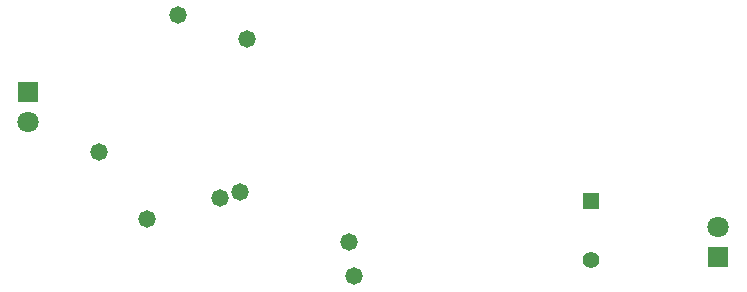
<source format=gbs>
G04*
G04 #@! TF.GenerationSoftware,Altium Limited,Altium Designer,24.0.1 (36)*
G04*
G04 Layer_Color=16711935*
%FSLAX44Y44*%
%MOMM*%
G71*
G04*
G04 #@! TF.SameCoordinates,90447B52-5C6C-4E24-8687-CF59556E230F*
G04*
G04*
G04 #@! TF.FilePolarity,Negative*
G04*
G01*
G75*
%ADD36R,1.8032X1.8032*%
%ADD37C,1.8032*%
%ADD38R,1.4032X1.4032*%
%ADD39C,1.4032*%
%ADD40C,1.4732*%
D36*
X1200150Y483870D02*
D03*
X615950Y623570D02*
D03*
D37*
X1200150Y509270D02*
D03*
X615950Y598170D02*
D03*
D38*
X1092200Y531330D02*
D03*
D39*
Y481330D02*
D03*
D40*
X675640Y572770D02*
D03*
X742950Y688340D02*
D03*
X795020Y538480D02*
D03*
X778510Y533400D02*
D03*
X891540Y467360D02*
D03*
X716280Y515620D02*
D03*
X887730Y496570D02*
D03*
X801370Y668020D02*
D03*
M02*

</source>
